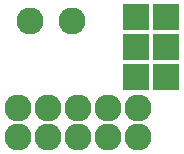
<source format=gbr>
%FSLAX35Y35*%
%MOIN*%
G04 EasyPC Gerber Version 18.0.8 Build 3632 *
%ADD110R,0.09000X0.09000*%
%ADD109C,0.09000*%
X0Y0D02*
D02*
D109*
X4750Y5250D03*
Y14750D03*
X8750Y43750D03*
X14750Y5250D03*
Y14750D03*
X22750Y43750D03*
X24750Y5250D03*
Y14750D03*
X34750Y5250D03*
Y14750D03*
X44750Y5250D03*
Y14750D03*
D02*
D110*
X44250Y25250D03*
Y35250D03*
Y45250D03*
X54250Y25250D03*
Y35250D03*
Y45250D03*
X0Y0D02*
M02*

</source>
